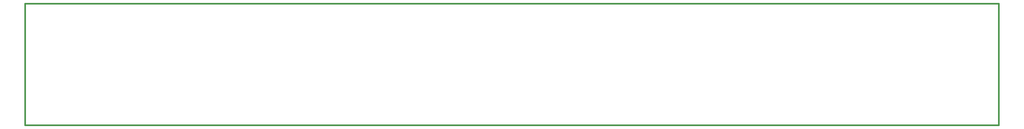
<source format=gbo>
G04 (created by PCBNEW-RS274X (2010-04-21 BZR 23xx)-stable) date Tue 15 Mar 2011 06:31:09 AM CET*
G01*
G70*
G90*
%MOIN*%
G04 Gerber Fmt 3.4, Leading zero omitted, Abs format*
%FSLAX34Y34*%
G04 APERTURE LIST*
%ADD10C,0.006000*%
%ADD11C,0.015000*%
G04 APERTURE END LIST*
G54D10*
G54D11*
X08000Y-11500D02*
X108000Y-11500D01*
X08000Y-24000D02*
X08000Y-11500D01*
X09000Y-24000D02*
X08000Y-24000D01*
X108000Y-24000D02*
X107000Y-24000D01*
X108000Y-11500D02*
X108000Y-24000D01*
X107000Y-24000D02*
X09000Y-24000D01*
M02*

</source>
